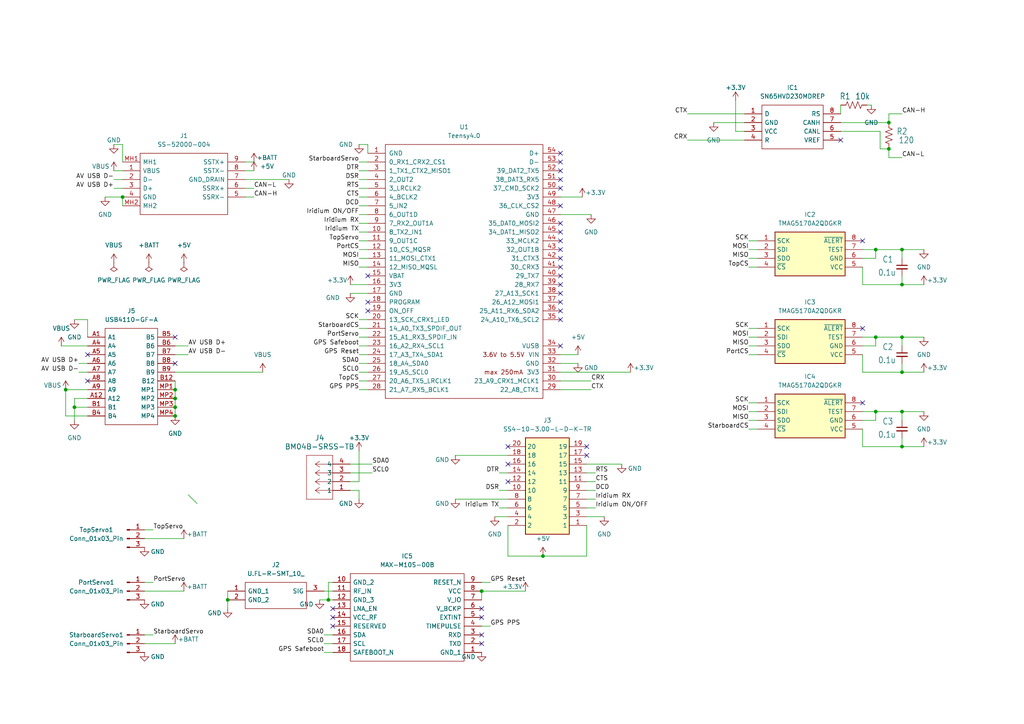
<source format=kicad_sch>
(kicad_sch (version 20231120) (generator "eeschema") (generator_version "8.0")
  (paper "A4")
  (lib_symbols
    (symbol "2024-06-13_02-37-25:BM04B-SRSS-TB" (pin_names (offset 0.254))
      (property "Reference" "J" (at 8.89 6.35 0))
      (property "Value" "BM04B-SRSS-TB" (at 1.27 5.08 0))
      (symbol "BM04B-SRSS-TB_1_1"
        (pin unspecified line (at 0 0 0) (length 5.08) (name "1") (number "1"))
        (pin unspecified line (at 0 -2.54 0) (length 5.08) (name "2") (number "2"))
        (pin unspecified line (at 0 -5.08 0) (length 5.08) (name "3") (number "3"))
        (pin unspecified line (at 0 -7.62 0) (length 5.08) (name "4") (number "4"))
      )
      (symbol "BM04B-SRSS-TB_1_2"
        (pin unspecified line (at 0 0 0) (length 5.08) (name "1") (number "1"))
        (pin unspecified line (at 0 -2.54 0) (length 5.08) (name "2") (number "2"))
        (pin unspecified line (at 0 -5.08 0) (length 5.08) (name "3") (number "3"))
        (pin unspecified line (at 0 -7.62 0) (length 5.08) (name "4") (number "4"))
      )
    )
    (symbol "Connector:Conn_01x03_Pin" (pin_names (offset 1.016) hide)
      (property "Reference" "J" (at 0 5.08 0))
      (property "Value" "Conn_01x03_Pin" (at 0 -5.08 0))
      (symbol "Conn_01x03_Pin_1_1"
        (pin passive line (at 5.08 2.54 180) (length 3.81) (name "Pin_1") (number "1"))
        (pin passive line (at 5.08 0 180) (length 3.81) (name "Pin_2") (number "2"))
        (pin passive line (at 5.08 -2.54 180) (length 3.81) (name "Pin_3") (number "3"))
      )
    )
    (symbol "Device:C_Small" (pin_numbers hide) (pin_names (offset 0.254) hide)
      (property "Reference" "C" (at 0.254 1.778 0))
      (property "Value" "C_Small" (at 0.254 -2.032 0))
      (symbol "C_Small_1_1"
        (pin passive line (at 0 2.54 270) (length 2.032) (name "~") (number "1"))
        (pin passive line (at 0 -2.54 90) (length 2.032) (name "~") (number "2"))
      )
    )
    (symbol "Device:R_US" (pin_numbers hide) (pin_names (offset 0))
      (property "Reference" "R" (at 2.54 0 90))
      (property "Value" "R_US" (at -2.54 0 90))
      (symbol "R_US_1_1"
        (pin passive line (at 0 3.81 270) (length 1.27) (name "~") (number "1"))
        (pin passive line (at 0 -3.81 90) (length 1.27) (name "~") (number "2"))
      )
    )
    (symbol "SS4-10-3_00-L-D-K-TR:SS4-10-3.00-L-D-K-TR"
      (property "Reference" "J" (at 19.05 7.62 0))
      (property "Value" "SS4-10-3.00-L-D-K-TR" (at 19.05 5.08 0))
      (symbol "SS4-10-3.00-L-D-K-TR_1_1"
        (pin passive line (at 22.86 -22.86 180) (length 5.08) (name "1") (number "1"))
        (pin passive line (at 0 -12.7 0) (length 5.08) (name "10") (number "10"))
        (pin passive line (at 22.86 -10.16 180) (length 5.08) (name "11") (number "11"))
        (pin passive line (at 0 -10.16 0) (length 5.08) (name "12") (number "12"))
        (pin passive line (at 22.86 -7.62 180) (length 5.08) (name "13") (number "13"))
        (pin passive line (at 0 -7.62 0) (length 5.08) (name "14") (number "14"))
        (pin passive line (at 22.86 -5.08 180) (length 5.08) (name "15") (number "15"))
        (pin passive line (at 0 -5.08 0) (length 5.08) (name "16") (number "16"))
        (pin passive line (at 22.86 -2.54 180) (length 5.08) (name "17") (number "17"))
        (pin passive line (at 0 -2.54 0) (length 5.08) (name "18") (number "18"))
        (pin passive line (at 22.86 0 180) (length 5.08) (name "19") (number "19"))
        (pin passive line (at 0 -22.86 0) (length 5.08) (name "2") (number "2"))
        (pin passive line (at 0 0 0) (length 5.08) (name "20") (number "20"))
        (pin passive line (at 22.86 -20.32 180) (length 5.08) (name "3") (number "3"))
        (pin passive line (at 0 -20.32 0) (length 5.08) (name "4") (number "4"))
        (pin passive line (at 22.86 -17.78 180) (length 5.08) (name "5") (number "5"))
        (pin passive line (at 0 -17.78 0) (length 5.08) (name "6") (number "6"))
        (pin passive line (at 22.86 -15.24 180) (length 5.08) (name "7") (number "7"))
        (pin passive line (at 0 -15.24 0) (length 5.08) (name "8") (number "8"))
        (pin passive line (at 22.86 -12.7 180) (length 5.08) (name "9") (number "9"))
      )
    )
    (symbol "SamacSys_Parts:MAX-M10S-00B" (pin_names (offset 0.762))
      (property "Reference" "IC" (at 39.37 7.62 0))
      (property "Value" "MAX-M10S-00B" (at 39.37 5.08 0))
      (symbol "MAX-M10S-00B_0_0"
        (pin passive line (at 43.18 -20.32 180) (length 5.08) (name "GND_1") (number "1"))
        (pin passive line (at 0 0 0) (length 5.08) (name "GND_2") (number "10"))
        (pin passive line (at 0 -2.54 0) (length 5.08) (name "RF_IN") (number "11"))
        (pin passive line (at 0 -5.08 0) (length 5.08) (name "GND_3") (number "12"))
        (pin passive line (at 0 -7.62 0) (length 5.08) (name "LNA_EN") (number "13"))
        (pin passive line (at 0 -10.16 0) (length 5.08) (name "VCC_RF") (number "14"))
        (pin passive line (at 0 -12.7 0) (length 5.08) (name "RESERVED") (number "15"))
        (pin passive line (at 0 -15.24 0) (length 5.08) (name "SDA") (number "16"))
        (pin passive line (at 0 -17.78 0) (length 5.08) (name "SCL") (number "17"))
        (pin passive line (at 0 -20.32 0) (length 5.08) (name "SAFEBOOT_N") (number "18"))
        (pin passive line (at 43.18 -17.78 180) (length 5.08) (name "TXD") (number "2"))
        (pin passive line (at 43.18 -15.24 180) (length 5.08) (name "RXD") (number "3"))
        (pin passive line (at 43.18 -12.7 180) (length 5.08) (name "TIMEPULSE") (number "4"))
        (pin passive line (at 43.18 -10.16 180) (length 5.08) (name "EXTINT") (number "5"))
        (pin passive line (at 43.18 -7.62 180) (length 5.08) (name "V_BCKP") (number "6"))
        (pin passive line (at 43.18 -5.08 180) (length 5.08) (name "V_IO") (number "7"))
        (pin passive line (at 43.18 -2.54 180) (length 5.08) (name "VCC") (number "8"))
        (pin passive line (at 43.18 0 180) (length 5.08) (name "RESET_N") (number "9"))
      )
    )
    (symbol "SamacSys_Parts:SN65HVD230MDREP" (pin_names (offset 0.762))
      (property "Reference" "IC" (at 24.13 7.62 0))
      (property "Value" "SN65HVD230MDREP" (at 24.13 5.08 0))
      (symbol "SN65HVD230MDREP_0_0"
        (pin input line (at 0 0 0) (length 5.08) (name "D") (number "1"))
        (pin power_in line (at 0 -2.54 0) (length 5.08) (name "GND") (number "2"))
        (pin power_in line (at 0 -5.08 0) (length 5.08) (name "VCC") (number "3"))
        (pin output line (at 0 -7.62 0) (length 5.08) (name "R") (number "4"))
        (pin output line (at 27.94 -7.62 180) (length 5.08) (name "VREF") (number "5"))
        (pin passive line (at 27.94 -5.08 180) (length 5.08) (name "CANL") (number "6"))
        (pin passive line (at 27.94 -2.54 180) (length 5.08) (name "CANH") (number "7"))
        (pin passive line (at 27.94 0 180) (length 5.08) (name "RS") (number "8"))
      )
    )
    (symbol "SamacSys_Parts:SS-52000-004" (pin_names (offset 0.762))
      (property "Reference" "J" (at 31.75 7.62 0))
      (property "Value" "SS-52000-004" (at 31.75 5.08 0))
      (symbol "SS-52000-004_0_0"
        (pin passive line (at 0 -2.54 0) (length 5.08) (name "VBUS") (number "1"))
        (pin passive line (at 0 -5.08 0) (length 5.08) (name "D-") (number "2"))
        (pin passive line (at 0 -7.62 0) (length 5.08) (name "D+") (number "3"))
        (pin passive line (at 0 -10.16 0) (length 5.08) (name "GND") (number "4"))
        (pin passive line (at 35.56 -10.16 180) (length 5.08) (name "SSRX-") (number "5"))
        (pin passive line (at 35.56 -7.62 180) (length 5.08) (name "SSRX+") (number "6"))
        (pin passive line (at 35.56 -5.08 180) (length 5.08) (name "GND_DRAIN") (number "7"))
        (pin passive line (at 35.56 -2.54 180) (length 5.08) (name "SSTX-") (number "8"))
        (pin passive line (at 35.56 0 180) (length 5.08) (name "SSTX+") (number "9"))
        (pin passive line (at 0 0 0) (length 5.08) (name "MH1") (number "MH1"))
        (pin passive line (at 0 -12.7 0) (length 5.08) (name "MH2") (number "MH2"))
      )
    )
    (symbol "SamacSys_Parts:U.FL-R-SMT_10_" (pin_names (offset 0.762))
      (property "Reference" "J" (at 24.13 7.62 0))
      (property "Value" "U.FL-R-SMT_10_" (at 24.13 5.08 0))
      (symbol "U.FL-R-SMT_10__0_0"
        (pin passive line (at 27.94 0 180) (length 5.08) (name "GND_1") (number "1"))
        (pin passive line (at 27.94 -2.54 180) (length 5.08) (name "GND_2") (number "2"))
        (pin passive line (at 0 0 0) (length 5.08) (name "SIG") (number "3"))
      )
    )
    (symbol "SamacSys_Parts:USB4110-GF-A" (pin_names (offset 0.762))
      (property "Reference" "J" (at 21.59 7.62 0))
      (property "Value" "USB4110-GF-A" (at 21.59 5.08 0))
      (symbol "USB4110-GF-A_0_0"
        (pin passive line (at 0 0 0) (length 5.08) (name "A1") (number "A1"))
        (pin passive line (at 0 -17.78 0) (length 5.08) (name "A12") (number "A12"))
        (pin passive line (at 0 -2.54 0) (length 5.08) (name "A4") (number "A4"))
        (pin passive line (at 0 -5.08 0) (length 5.08) (name "A5") (number "A5"))
        (pin passive line (at 0 -7.62 0) (length 5.08) (name "A6") (number "A6"))
        (pin passive line (at 0 -10.16 0) (length 5.08) (name "A7") (number "A7"))
        (pin passive line (at 0 -12.7 0) (length 5.08) (name "A8") (number "A8"))
        (pin passive line (at 0 -15.24 0) (length 5.08) (name "A9") (number "A9"))
        (pin passive line (at 0 -20.32 0) (length 5.08) (name "B1") (number "B1"))
        (pin passive line (at 25.4 -12.7 180) (length 5.08) (name "B12") (number "B12"))
        (pin passive line (at 0 -22.86 0) (length 5.08) (name "B4") (number "B4"))
        (pin passive line (at 25.4 0 180) (length 5.08) (name "B5") (number "B5"))
        (pin passive line (at 25.4 -2.54 180) (length 5.08) (name "B6") (number "B6"))
        (pin passive line (at 25.4 -5.08 180) (length 5.08) (name "B7") (number "B7"))
        (pin passive line (at 25.4 -7.62 180) (length 5.08) (name "B8") (number "B8"))
        (pin passive line (at 25.4 -10.16 180) (length 5.08) (name "B9") (number "B9"))
        (pin passive line (at 25.4 -15.24 180) (length 5.08) (name "MP1") (number "MP1"))
        (pin passive line (at 25.4 -17.78 180) (length 5.08) (name "MP2") (number "MP2"))
        (pin passive line (at 25.4 -20.32 180) (length 5.08) (name "MP3") (number "MP3"))
        (pin passive line (at 25.4 -22.86 180) (length 5.08) (name "MP4") (number "MP4"))
      )
    )
    (symbol "TMAG5170A2QDGKR:TMAG5170A2QDGKR"
      (property "Reference" "IC" (at 26.67 7.62 0))
      (property "Value" "TMAG5170A2QDGKR" (at 26.67 5.08 0))
      (symbol "TMAG5170A2QDGKR_1_1"
        (pin passive line (at 0 0 0) (length 5.08) (name "SCK") (number "1"))
        (pin passive line (at 0 -2.54 0) (length 5.08) (name "SDI") (number "2"))
        (pin passive line (at 0 -5.08 0) (length 5.08) (name "SDO") (number "3"))
        (pin passive line (at 0 -7.62 0) (length 5.08) (name "~{CS}") (number "4"))
        (pin passive line (at 30.48 -7.62 180) (length 5.08) (name "VCC") (number "5"))
        (pin passive line (at 30.48 -5.08 180) (length 5.08) (name "GND") (number "6"))
        (pin passive line (at 30.48 -2.54 180) (length 5.08) (name "TEST") (number "7"))
        (pin passive line (at 30.48 0 180) (length 5.08) (name "~{ALERT}") (number "8"))
      )
    )
    (symbol "power:+3.3V" (power) (pin_names (offset 0))
      (property "Value" "+3.3V" (at 0 3.556 0))
      (symbol "+3.3V_1_1"
        (pin power_in line (at 0 0 90) (length 0) hide (name "+3.3V") (number "1"))
      )
    )
    (symbol "power:+5V" (power) (pin_names (offset 0))
      (property "Value" "+5V" (at 0 3.556 0))
      (symbol "+5V_1_1"
        (pin power_in line (at 0 0 90) (length 0) hide (name "+5V") (number "1"))
      )
    )
    (symbol "power:+BATT" (power) (pin_names (offset 0))
      (property "Value" "+BATT" (at 0 3.556 0))
      (symbol "+BATT_1_1"
        (pin power_in line (at 0 0 90) (length 0) hide (name "+BATT") (number "1"))
      )
    )
    (symbol "power:GND" (power) (pin_names (offset 0))
      (property "Value" "GND" (at 0 -3.81 0))
      (symbol "GND_1_1"
        (pin power_in line (at 0 0 270) (length 0) hide (name "GND") (number "1"))
      )
    )
    (symbol "power:PWR_FLAG" (power) (pin_numbers hide) (pin_names (offset 0) hide)
      (property "Value" "PWR_FLAG" (at 0 3.81 0))
      (symbol "PWR_FLAG_0_0"
        (pin power_out line (at 0 0 90) (length 0) (name "pwr") (number "1"))
      )
    )
    (symbol "power:VBUS" (power) (pin_names (offset 0))
      (property "Value" "VBUS" (at 0 3.81 0))
      (symbol "VBUS_1_1"
        (pin power_in line (at 0 0 90) (length 0) hide (name "VBUS") (number "1"))
      )
    )
    (symbol "teensy:Teensy4.0" (pin_names (offset 1.016))
      (property "Reference" "U" (at 0 39.37 0))
      (property "Value" "Teensy4.0" (at 0 -39.37 0))
      (symbol "Teensy4.0_0_0"
        (text "3.6V to 5.5V" (at 11.43 -24.13 0) (effects (font (size 1.27 1.27))))
        (text "max 250mA" (at 11.43 -29.21 0) (effects (font (size 1.27 1.27))))
        (pin bidirectional line (at -27.94 11.43 0) (length 5.08) (name "8_TX2_IN1") (number "10"))
        (pin bidirectional line (at -27.94 8.89 0) (length 5.08) (name "9_OUT1C") (number "11"))
        (pin bidirectional line (at -27.94 6.35 0) (length 5.08) (name "10_CS_MQSR") (number "12"))
        (pin bidirectional line (at -27.94 3.81 0) (length 5.08) (name "11_MOSI_CTX1") (number "13"))
        (pin bidirectional line (at -27.94 1.27 0) (length 5.08) (name "12_MISO_MQSL") (number "14"))
        (pin power_in line (at -27.94 -1.27 0) (length 5.08) (name "VBAT") (number "15"))
        (pin power_in line (at -27.94 -3.81 0) (length 5.08) (name "3V3") (number "16"))
        (pin power_in line (at -27.94 -6.35 0) (length 5.08) (name "GND") (number "17"))
        (pin input line (at -27.94 -8.89 0) (length 5.08) (name "PROGRAM") (number "18"))
        (pin input line (at -27.94 -11.43 0) (length 5.08) (name "ON_OFF") (number "19"))
        (pin bidirectional line (at -27.94 -13.97 0) (length 5.08) (name "13_SCK_CRX1_LED") (number "20"))
        (pin bidirectional line (at -27.94 -16.51 0) (length 5.08) (name "14_A0_TX3_SPDIF_OUT") (number "21"))
        (pin bidirectional line (at -27.94 -19.05 0) (length 5.08) (name "15_A1_RX3_SPDIF_IN") (number "22"))
        (pin bidirectional line (at -27.94 -21.59 0) (length 5.08) (name "16_A2_RX4_SCL1") (number "23"))
        (pin bidirectional line (at -27.94 -24.13 0) (length 5.08) (name "17_A3_TX4_SDA1") (number "24"))
        (pin bidirectional line (at -27.94 -26.67 0) (length 5.08) (name "18_A4_SDA0") (number "25"))
        (pin bidirectional line (at -27.94 -29.21 0) (length 5.08) (name "19_A5_SCL0") (number "26"))
        (pin bidirectional line (at -27.94 -31.75 0) (length 5.08) (name "20_A6_TX5_LRCLK1") (number "27"))
        (pin bidirectional line (at -27.94 -34.29 0) (length 5.08) (name "21_A7_RX5_BCLK1") (number "28"))
        (pin bidirectional line (at 27.94 -34.29 180) (length 5.08) (name "22_A8_CTX1") (number "29"))
        (pin bidirectional line (at 27.94 -31.75 180) (length 5.08) (name "23_A9_CRX1_MCLK1") (number "30"))
        (pin power_out line (at 27.94 -29.21 180) (length 5.08) (name "3V3") (number "31"))
        (pin power_in line (at 27.94 -26.67 180) (length 5.08) (name "GND") (number "32"))
        (pin power_in line (at 27.94 -24.13 180) (length 5.08) (name "VIN") (number "33"))
        (pin power_out line (at 27.94 -21.59 180) (length 5.08) (name "VUSB") (number "34"))
        (pin bidirectional line (at 27.94 -13.97 180) (length 5.08) (name "24_A10_TX6_SCL2") (number "35"))
        (pin bidirectional line (at 27.94 -11.43 180) (length 5.08) (name "25_A11_RX6_SDA2") (number "36"))
        (pin bidirectional line (at 27.94 -8.89 180) (length 5.08) (name "26_A12_MOSI1") (number "37"))
        (pin bidirectional line (at 27.94 -6.35 180) (length 5.08) (name "27_A13_SCK1") (number "38"))
        (pin bidirectional line (at 27.94 -3.81 180) (length 5.08) (name "28_RX7") (number "39"))
        (pin bidirectional line (at 27.94 -1.27 180) (length 5.08) (name "29_TX7") (number "40"))
        (pin bidirectional line (at 27.94 1.27 180) (length 5.08) (name "30_CRX3") (number "41"))
        (pin bidirectional line (at 27.94 3.81 180) (length 5.08) (name "31_CTX3") (number "42"))
        (pin bidirectional line (at 27.94 6.35 180) (length 5.08) (name "32_OUT1B") (number "43"))
        (pin bidirectional line (at 27.94 8.89 180) (length 5.08) (name "33_MCLK2") (number "44"))
        (pin bidirectional line (at 27.94 11.43 180) (length 5.08) (name "34_DAT1_MISO2") (number "45"))
        (pin bidirectional line (at 27.94 13.97 180) (length 5.08) (name "35_DAT0_MOSI2") (number "46"))
        (pin power_out line (at 27.94 16.51 180) (length 5.08) (name "GND") (number "47"))
        (pin bidirectional line (at 27.94 19.05 180) (length 5.08) (name "36_CLK_CS2") (number "48"))
        (pin power_out line (at 27.94 21.59 180) (length 5.08) (name "3V3") (number "49"))
        (pin bidirectional line (at -27.94 24.13 0) (length 5.08) (name "3_LRCLK2") (number "5"))
        (pin bidirectional line (at 27.94 24.13 180) (length 5.08) (name "37_CMD_SCK2") (number "50"))
        (pin bidirectional line (at 27.94 26.67 180) (length 5.08) (name "38_DAT3_RX5") (number "51"))
        (pin bidirectional line (at 27.94 29.21 180) (length 5.08) (name "39_DAT2_TX5") (number "52"))
        (pin bidirectional line (at 27.94 31.75 180) (length 5.08) (name "D-") (number "53"))
        (pin bidirectional line (at 27.94 34.29 180) (length 5.08) (name "D+") (number "54"))
        (pin bidirectional line (at -27.94 21.59 0) (length 5.08) (name "4_BCLK2") (number "6"))
        (pin bidirectional line (at -27.94 19.05 0) (length 5.08) (name "5_IN2") (number "7"))
        (pin bidirectional line (at -27.94 16.51 0) (length 5.08) (name "6_OUT1D") (number "8"))
        (pin bidirectional line (at -27.94 13.97 0) (length 5.08) (name "7_RX2_OUT1A") (number "9"))
      )
      (symbol "Teensy4.0_1_1"
        (pin power_in line (at -27.94 34.29 0) (length 5.08) (name "GND") (number "1"))
        (pin bidirectional line (at -27.94 31.75 0) (length 5.08) (name "0_RX1_CRX2_CS1") (number "2"))
        (pin bidirectional line (at -27.94 29.21 0) (length 5.08) (name "1_TX1_CTX2_MISO1") (number "3"))
        (pin bidirectional line (at -27.94 26.67 0) (length 5.08) (name "2_OUT2") (number "4"))
      )
    )
  )
  (junction (at 257.81 35.56))
  (junction (at 21.59 118.11))
  (junction (at 261.62 72.39))
  (junction (at 139.7 171.45))
  (junction (at 257.81 43.18))
  (junction (at 254 97.79))
  (junction (at 261.62 82.55))
  (junction (at 261.62 107.95))
  (junction (at 261.62 97.79))
  (junction (at 254 72.39))
  (junction (at 50.8 115.57))
  (junction (at 95.25 173.99))
  (junction (at 50.8 120.65))
  (junction (at 50.8 118.11))
  (junction (at 19.05 113.03))
  (junction (at 261.62 129.54))
  (junction (at 261.62 119.38))
  (junction (at 35.56 57.15))
  (junction (at 157.48 161.29))
  (junction (at 254 119.38))
  (junction (at 66.04 173.99))
  (junction (at 50.8 113.03))
  (no_connect (at 162.56 77.47))
  (no_connect (at 250.19 116.84))
  (no_connect (at 162.56 44.45))
  (no_connect (at 162.56 49.53))
  (no_connect (at 162.56 82.55))
  (no_connect (at 50.8 97.79))
  (no_connect (at 50.8 105.41))
  (no_connect (at 162.56 80.01))
  (no_connect (at 170.18 132.08))
  (no_connect (at 162.56 67.31))
  (no_connect (at 139.7 176.53))
  (no_connect (at 96.52 176.53))
  (no_connect (at 96.52 181.61))
  (no_connect (at 162.56 85.09))
  (no_connect (at 106.68 87.63))
  (no_connect (at 162.56 69.85))
  (no_connect (at 162.56 52.07))
  (no_connect (at 162.56 100.33))
  (no_connect (at 162.56 59.69))
  (no_connect (at 162.56 72.39))
  (no_connect (at 162.56 87.63))
  (no_connect (at 96.52 179.07))
  (no_connect (at 170.18 129.54))
  (no_connect (at 162.56 74.93))
  (no_connect (at 250.19 95.25))
  (no_connect (at 162.56 92.71))
  (no_connect (at 139.7 179.07))
  (no_connect (at 25.4 102.87))
  (no_connect (at 139.7 186.69))
  (no_connect (at 25.4 110.49))
  (no_connect (at 147.32 129.54))
  (no_connect (at 147.32 134.62))
  (no_connect (at 162.56 46.99))
  (no_connect (at 106.68 80.01))
  (no_connect (at 139.7 184.15))
  (no_connect (at 162.56 54.61))
  (no_connect (at 106.68 90.17))
  (no_connect (at 243.84 40.64))
  (no_connect (at 250.19 69.85))
  (no_connect (at 162.56 64.77))
  (no_connect (at 162.56 90.17))
  (no_connect (at 147.32 139.7))
  (bus_entry (at 54.61 143.51) (size 2.54 2.54))
  (wire (pts (xy 170.18 142.24) (xy 172.72 142.24)))
  (wire (pts (xy 207.01 35.56) (xy 215.9 35.56)))
  (wire (pts (xy 170.18 149.86) (xy 175.26 149.86)))
  (wire (pts (xy 25.4 120.65) (xy 19.05 120.65)))
  (wire (pts (xy 257.81 45.72) (xy 257.81 43.18)))
  (wire (pts (xy 261.62 119.38) (xy 267.97 119.38)))
  (wire (pts (xy 162.56 105.41) (xy 167.64 105.41)))
  (wire (pts (xy 170.18 147.32) (xy 172.72 147.32)))
  (wire (pts (xy 104.14 130.81) (xy 104.14 139.7)))
  (wire (pts (xy 104.14 105.41) (xy 106.68 105.41)))
  (wire (pts (xy 162.56 107.95) (xy 182.88 107.95)))
  (wire (pts (xy 139.7 181.61) (xy 142.24 181.61)))
  (wire (pts (xy 144.78 147.32) (xy 147.32 147.32)))
  (wire (pts (xy 17.78 100.33) (xy 25.4 100.33)))
  (wire (pts (xy 170.18 139.7) (xy 172.72 139.7)))
  (wire (pts (xy 104.14 102.87) (xy 106.68 102.87)))
  (wire (pts (xy 104.14 74.93) (xy 106.68 74.93)))
  (wire (pts (xy 104.14 49.53) (xy 106.68 49.53)))
  (wire (pts (xy 104.14 52.07) (xy 106.68 52.07)))
  (wire (pts (xy 41.91 153.67) (xy 44.45 153.67)))
  (wire (pts (xy 41.91 186.69) (xy 50.8 186.69)))
  (wire (pts (xy 217.17 119.38) (xy 219.71 119.38)))
  (wire (pts (xy 147.32 152.4) (xy 147.32 161.29)))
  (wire (pts (xy 50.8 100.33) (xy 54.61 100.33)))
  (wire (pts (xy 162.56 113.03) (xy 171.45 113.03)))
  (wire (pts (xy 217.17 69.85) (xy 219.71 69.85)))
  (wire (pts (xy 101.6 82.55) (xy 106.68 82.55)))
  (wire (pts (xy 50.8 115.57) (xy 50.8 118.11)))
  (wire (pts (xy 170.18 137.16) (xy 172.72 137.16)))
  (wire (pts (xy 104.14 72.39) (xy 106.68 72.39)))
  (wire (pts (xy 41.91 156.21) (xy 53.34 156.21)))
  (wire (pts (xy 104.14 139.7) (xy 101.6 139.7)))
  (wire (pts (xy 250.19 107.95) (xy 261.62 107.95)))
  (wire (pts (xy 217.17 102.87) (xy 219.71 102.87)))
  (wire (pts (xy 199.39 40.64) (xy 215.9 40.64)))
  (wire (pts (xy 21.59 115.57) (xy 25.4 115.57)))
  (wire (pts (xy 217.17 97.79) (xy 219.71 97.79)))
  (wire (pts (xy 50.8 118.11) (xy 50.8 120.65)))
  (wire (pts (xy 50.8 110.49) (xy 50.8 113.03)))
  (wire (pts (xy 254 97.79) (xy 261.62 97.79)))
  (wire (pts (xy 250.19 129.54) (xy 250.19 124.46)))
  (wire (pts (xy 35.56 57.15) (xy 35.56 59.69)))
  (wire (pts (xy 257.81 33.02) (xy 257.81 35.56)))
  (wire (pts (xy 254 72.39) (xy 261.62 72.39)))
  (wire (pts (xy 71.12 54.61) (xy 73.66 54.61)))
  (wire (pts (xy 22.86 105.41) (xy 25.4 105.41)))
  (wire (pts (xy 21.59 118.11) (xy 25.4 118.11)))
  (wire (pts (xy 147.32 161.29) (xy 157.48 161.29)))
  (wire (pts (xy 261.62 80.01) (xy 261.62 82.55)))
  (wire (pts (xy 250.19 82.55) (xy 261.62 82.55)))
  (wire (pts (xy 254 97.79) (xy 254 100.33)))
  (wire (pts (xy 254 72.39) (xy 250.19 72.39)))
  (wire (pts (xy 132.08 132.08) (xy 147.32 132.08)))
  (wire (pts (xy 95.25 173.99) (xy 96.52 173.99)))
  (wire (pts (xy 50.8 113.03) (xy 50.8 115.57)))
  (wire (pts (xy 254 119.38) (xy 254 121.92)))
  (wire (pts (xy 104.14 100.33) (xy 106.68 100.33)))
  (wire (pts (xy 50.8 102.87) (xy 54.61 102.87)))
  (wire (pts (xy 106.68 41.91) (xy 106.68 44.45)))
  (wire (pts (xy 101.6 134.62) (xy 107.95 134.62)))
  (wire (pts (xy 261.62 97.79) (xy 267.97 97.79)))
  (wire (pts (xy 104.14 77.47) (xy 106.68 77.47)))
  (wire (pts (xy 217.17 124.46) (xy 219.71 124.46)))
  (wire (pts (xy 93.98 189.23) (xy 96.52 189.23)))
  (wire (pts (xy 22.86 107.95) (xy 25.4 107.95)))
  (wire (pts (xy 261.62 72.39) (xy 267.97 72.39)))
  (wire (pts (xy 104.14 97.79) (xy 106.68 97.79)))
  (wire (pts (xy 35.56 41.91) (xy 33.02 41.91)))
  (wire (pts (xy 33.02 49.53) (xy 35.56 49.53)))
  (wire (pts (xy 144.78 137.16) (xy 147.32 137.16)))
  (wire (pts (xy 170.18 144.78) (xy 172.72 144.78)))
  (wire (pts (xy 41.91 168.91) (xy 44.45 168.91)))
  (wire (pts (xy 250.19 74.93) (xy 254 74.93)))
  (wire (pts (xy 19.05 113.03) (xy 19.05 120.65)))
  (wire (pts (xy 104.14 92.71) (xy 106.68 92.71)))
  (wire (pts (xy 104.14 95.25) (xy 106.68 95.25)))
  (wire (pts (xy 104.14 113.03) (xy 106.68 113.03)))
  (wire (pts (xy 104.14 62.23) (xy 106.68 62.23)))
  (wire (pts (xy 33.02 52.07) (xy 35.56 52.07)))
  (wire (pts (xy 217.17 74.93) (xy 219.71 74.93)))
  (wire (pts (xy 66.04 171.45) (xy 66.04 173.99)))
  (wire (pts (xy 267.97 107.95) (xy 261.62 107.95)))
  (wire (pts (xy 143.51 149.86) (xy 147.32 149.86)))
  (wire (pts (xy 267.97 129.54) (xy 261.62 129.54)))
  (wire (pts (xy 170.18 152.4) (xy 170.18 161.29)))
  (wire (pts (xy 93.98 186.69) (xy 96.52 186.69)))
  (wire (pts (xy 41.91 184.15) (xy 44.45 184.15)))
  (wire (pts (xy 41.91 171.45) (xy 53.34 171.45)))
  (wire (pts (xy 162.56 110.49) (xy 171.45 110.49)))
  (wire (pts (xy 21.59 118.11) (xy 21.59 121.92)))
  (wire (pts (xy 254 119.38) (xy 261.62 119.38)))
  (wire (pts (xy 104.14 59.69) (xy 106.68 59.69)))
  (wire (pts (xy 95.25 168.91) (xy 96.52 168.91)))
  (wire (pts (xy 104.14 41.91) (xy 106.68 41.91)))
  (wire (pts (xy 132.08 144.78) (xy 147.32 144.78)))
  (wire (pts (xy 50.8 107.95) (xy 76.2 107.95)))
  (wire (pts (xy 199.39 33.02) (xy 215.9 33.02)))
  (wire (pts (xy 144.78 142.24) (xy 147.32 142.24)))
  (wire (pts (xy 252.73 30.48) (xy 251.46 30.48)))
  (wire (pts (xy 95.25 173.99) (xy 95.25 168.91)))
  (wire (pts (xy 101.6 137.16) (xy 107.95 137.16)))
  (wire (pts (xy 104.14 64.77) (xy 106.68 64.77)))
  (wire (pts (xy 217.17 121.92) (xy 219.71 121.92)))
  (wire (pts (xy 19.05 113.03) (xy 25.4 113.03)))
  (wire (pts (xy 213.36 38.1) (xy 215.9 38.1)))
  (wire (pts (xy 261.62 74.93) (xy 261.62 72.39)))
  (wire (pts (xy 21.59 92.71) (xy 25.4 92.71)))
  (wire (pts (xy 261.62 105.41) (xy 261.62 107.95)))
  (wire (pts (xy 21.59 115.57) (xy 21.59 118.11)))
  (wire (pts (xy 162.56 62.23) (xy 171.45 62.23)))
  (wire (pts (xy 250.19 82.55) (xy 250.19 77.47)))
  (wire (pts (xy 255.27 38.1) (xy 255.27 43.18)))
  (wire (pts (xy 254 119.38) (xy 250.19 119.38)))
  (wire (pts (xy 162.56 102.87) (xy 167.64 102.87)))
  (wire (pts (xy 139.7 171.45) (xy 139.7 173.99)))
  (wire (pts (xy 250.19 129.54) (xy 261.62 129.54)))
  (wire (pts (xy 139.7 168.91) (xy 142.24 168.91)))
  (wire (pts (xy 250.19 107.95) (xy 250.19 102.87)))
  (wire (pts (xy 250.19 100.33) (xy 254 100.33)))
  (wire (pts (xy 254 72.39) (xy 254 74.93)))
  (wire (pts (xy 243.84 38.1) (xy 255.27 38.1)))
  (wire (pts (xy 104.14 54.61) (xy 106.68 54.61)))
  (wire (pts (xy 261.62 121.92) (xy 261.62 119.38)))
  (wire (pts (xy 33.02 54.61) (xy 35.56 54.61)))
  (wire (pts (xy 66.04 173.99) (xy 66.04 176.53)))
  (wire (pts (xy 217.17 100.33) (xy 219.71 100.33)))
  (wire (pts (xy 71.12 49.53) (xy 73.66 49.53)))
  (wire (pts (xy 254 97.79) (xy 250.19 97.79)))
  (wire (pts (xy 257.81 33.02) (xy 261.62 33.02)))
  (wire (pts (xy 162.56 57.15) (xy 168.91 57.15)))
  (wire (pts (xy 170.18 161.29) (xy 157.48 161.29)))
  (wire (pts (xy 25.4 92.71) (xy 25.4 97.79)))
  (wire (pts (xy 243.84 35.56) (xy 257.81 35.56)))
  (wire (pts (xy 104.14 142.24) (xy 101.6 142.24)))
  (wire (pts (xy 104.14 110.49) (xy 106.68 110.49)))
  (wire (pts (xy 35.56 46.99) (xy 35.56 41.91)))
  (wire (pts (xy 261.62 100.33) (xy 261.62 97.79)))
  (wire (pts (xy 71.12 46.99) (xy 73.66 46.99)))
  (wire (pts (xy 104.14 144.78) (xy 104.14 142.24)))
  (wire (pts (xy 93.98 171.45) (xy 96.52 171.45)))
  (wire (pts (xy 104.14 67.31) (xy 106.68 67.31)))
  (wire (pts (xy 83.82 52.07) (xy 71.12 52.07)))
  (wire (pts (xy 152.4 171.45) (xy 139.7 171.45)))
  (wire (pts (xy 104.14 46.99) (xy 106.68 46.99)))
  (wire (pts (xy 250.19 121.92) (xy 254 121.92)))
  (wire (pts (xy 217.17 77.47) (xy 219.71 77.47)))
  (wire (pts (xy 92.71 173.99) (xy 95.25 173.99)))
  (wire (pts (xy 104.14 107.95) (xy 106.68 107.95)))
  (wire (pts (xy 267.97 82.55) (xy 261.62 82.55)))
  (wire (pts (xy 217.17 116.84) (xy 219.71 116.84)))
  (wire (pts (xy 93.98 184.15) (xy 96.52 184.15)))
  (wire (pts (xy 71.12 57.15) (xy 73.66 57.15)))
  (wire (pts (xy 261.62 127) (xy 261.62 129.54)))
  (wire (pts (xy 217.17 72.39) (xy 219.71 72.39)))
  (wire (pts (xy 101.6 85.09) (xy 106.68 85.09)))
  (wire (pts (xy 255.27 43.18) (xy 257.81 43.18)))
  (wire (pts (xy 213.36 29.21) (xy 213.36 38.1)))
  (wire (pts (xy 104.14 57.15) (xy 106.68 57.15)))
  (wire (pts (xy 30.48 57.15) (xy 35.56 57.15)))
  (wire (pts (xy 257.81 45.72) (xy 261.62 45.72)))
  (wire (pts (xy 243.84 30.48) (xy 243.84 33.02)))
  (wire (pts (xy 104.14 69.85) (xy 106.68 69.85)))
  (wire (pts (xy 170.18 134.62) (xy 180.34 134.62)))
  (wire (pts (xy 217.17 95.25) (xy 219.71 95.25)))
  (label "MOSI" (at 217.17 119.38 180))
  (label "SCL0" (at 107.95 137.16 0))
  (label "AV USB D+" (at 33.02 54.61 180))
  (label "RTS" (at 172.72 137.16 0))
  (label "SCL0" (at 104.14 107.95 180))
  (label "CTX" (at 171.45 113.03 0))
  (label "SDA0" (at 93.98 184.15 180))
  (label "TopServo" (at 104.14 69.85 180))
  (label "CAN-L" (at 261.62 45.72 0))
  (label "GPS PPS" (at 142.24 181.61 0))
  (label "DCD" (at 172.72 142.24 0))
  (label "StarboardCS" (at 217.17 124.46 180))
  (label "CTX" (at 199.39 33.02 180))
  (label "TopCS" (at 217.17 77.47 180))
  (label "StarboardServo" (at 104.14 46.99 180))
  (label "CTS" (at 172.72 139.7 0))
  (label "CAN-L" (at 73.66 54.61 0))
  (label "DCD" (at 104.14 59.69 180))
  (label "Iridium RX" (at 172.72 144.78 0))
  (label "AV USB D+" (at 54.61 100.33 0))
  (label "CRX" (at 199.39 40.64 180))
  (label "PortCS" (at 104.14 72.39 180))
  (label "SCK" (at 217.17 95.25 180))
  (label "Iridium ON{slash}OFF" (at 172.72 147.32 0))
  (label "DTR" (at 144.78 137.16 180))
  (label "PortCS" (at 217.17 102.87 180))
  (label "MISO" (at 217.17 74.93 180))
  (label "MISO" (at 217.17 100.33 180))
  (label "MOSI" (at 217.17 97.79 180))
  (label "RTS" (at 104.14 54.61 180))
  (label "StarboardCS" (at 104.14 95.25 180))
  (label "AV USB D-" (at 54.61 102.87 0))
  (label "DSR" (at 144.78 142.24 180))
  (label "SDA0" (at 107.95 134.62 0))
  (label "AV USB D+" (at 22.86 105.41 180))
  (label "SCK" (at 217.17 116.84 180))
  (label "TopCS" (at 104.14 110.49 180))
  (label "SCK" (at 217.17 69.85 180))
  (label "SDA0" (at 104.14 105.41 180))
  (label "StarboardServo" (at 44.45 184.15 0))
  (label "DSR" (at 104.14 52.07 180))
  (label "AV USB D-" (at 22.86 107.95 180))
  (label "CRX" (at 171.45 110.49 0))
  (label "Iridium TX" (at 104.14 67.31 180))
  (label "SCL0" (at 93.98 186.69 180))
  (label "Iridium ON{slash}OFF" (at 104.14 62.23 180))
  (label "CTS" (at 104.14 57.15 180))
  (label "Iridium TX" (at 144.78 147.32 180))
  (label "AV USB D-" (at 33.02 52.07 180))
  (label "PortServo" (at 44.45 168.91 0))
  (label "MISO" (at 104.14 77.47 180))
  (label "MISO" (at 217.17 121.92 180))
  (label "PortServo" (at 104.14 97.79 180))
  (label "Iridium RX" (at 104.14 64.77 180))
  (label "TopServo" (at 44.45 153.67 0))
  (label "GPS Reset" (at 104.14 102.87 180))
  (label "DTR" (at 104.14 49.53 180))
  (label "MOSI" (at 104.14 74.93 180))
  (label "MOSI" (at 217.17 72.39 180))
  (label "CAN-H" (at 261.62 33.02 0))
  (label "GPS PPS" (at 104.14 113.03 180))
  (label "CAN-H" (at 73.66 57.15 0))
  (label "GPS Reset" (at 142.24 168.91 0))
  (label "SCK" (at 104.14 92.71 180))
  (label "GPS Safeboot" (at 104.14 100.33 180))
  (label "GPS Safeboot" (at 93.98 189.23 180))
  (symbol (lib_id "SamacSys_Parts:U.FL-R-SMT_10_") (at 93.98 171.45 0) (mirror y) (unit 1)
    (property "Reference" "J2" (at 80.01 163.83 0))
    (property "Value" "U.FL-R-SMT_10_" (at 80.01 166.37 0))
    (property "Footprint" "UFLRSMT10" (effects (hide yes)))
    (property "Datasheet" "https://media.digikey.com/pdf/Data%20Sheets/Hirose%20PDFs/UFL%20Series.pdf" (effects (hide yes)))
    (property "Description" "RF Connectors / Coaxial Connectors U.FL RECEPTACLE SMT GLD M CONT REEL" (effects (hide yes)))
    (property "Height" "1.25" (effects (hide yes)))
    (property "Mouser Part Number" "798-U.FL-R-SMT10" (effects (hide yes)))
    (property "Mouser Price/Stock" "https://www.mouser.co.uk/ProductDetail/Hirose-Connector/U.FL-R-SMT10?qs=Ux3WWAnHpjBT1CWD8UMEMQ%3D%3D" (effects (hide yes)))
    (property "Manufacturer_Name" "Hirose" (effects (hide yes)))
    (property "Manufacturer_Part_Number" "U.FL-R-SMT(10)" (effects (hide yes)))
  )
  (symbol (lib_id "power:+3.3V") (at 168.91 57.15 0) (unit 1)
    (property "Reference" "#PWR022" (effects (hide yes)))
    (property "Value" "+3.3V" (at 172.72 55.88 0))
  )
  (symbol (lib_id "power:+BATT") (at 53.34 156.21 0) (unit 1)
    (property "Reference" "#PWR040" (effects (hide yes)))
    (property "Value" "+BATT" (at 57.15 154.94 0))
  )
  (symbol (lib_id "power:GND") (at 92.71 173.99 0) (unit 1)
    (property "Reference" "#PWR032" (effects (hide yes)))
    (property "Value" "GND" (at 88.9 175.26 0))
  )
  (symbol (lib_id "power:GND") (at 41.91 189.23 0) (unit 1)
    (property "Reference" "#PWR039" (effects (hide yes)))
    (property "Value" "GND" (at 45.72 190.5 0))
  )
  (symbol (lib_id "power:GND") (at 267.97 72.39 0) (mirror y) (unit 1)
    (property "Reference" "#PWR023" (effects (hide yes)))
    (property "Value" "GND" (at 267.97 77.47 0))
  )
  (symbol (lib_id "power:GND") (at 267.97 97.79 0) (mirror y) (unit 1)
    (property "Reference" "#PWR025" (effects (hide yes)))
    (property "Value" "GND" (at 267.97 102.87 0))
  )
  (symbol (lib_id "power:+BATT") (at 73.66 46.99 0) (mirror y) (unit 1)
    (property "Reference" "#PWR05" (effects (hide yes)))
    (property "Value" "+BATT" (at 77.47 45.72 0))
  )
  (symbol (lib_id "Device:C_Small") (at 261.62 124.46 0) (unit 1)
    (property "Reference" "C3" (at 255.905 123.19 0) (effects (font (size 1.778 1.5113)) (justify left bottom)))
    (property "Value" "0.1u" (at 254.635 127 0) (effects (font (size 1.778 1.5113)) (justify left bottom)))
    (property "Footprint" "Capacitor_SMD:C_0603_1608Metric" (effects (hide yes)))
  )
  (symbol (lib_id "TMAG5170A2QDGKR:TMAG5170A2QDGKR") (at 219.71 95.25 0) (unit 1)
    (property "Reference" "IC3" (at 234.95 87.63 0))
    (property "Value" "TMAG5170A2QDGKR" (at 234.95 90.17 0))
    (property "Footprint" "SamacSys_Parts:SOP65P490X110-8N" (effects (hide yes)))
    (property "Datasheet" "https://www.ti.com/lit/ds/symlink/tmag5170.pdf?ts=1637421424132&ref_url=https%253A%252F%252Fwww.ti.com%252Fstore%252Fti%252Fen%252Fp%252Fproduct%252F%253Fp%253DTMAG5170A2QDGKR" (effects (hide yes)))
    (property "Height" "1.1" (effects (hide yes)))
    (property "Mouser Part Number" "595-TMAG5170A2QDGKR" (effects (hide yes)))
    (property "Mouser Price/Stock" "https://www.mouser.co.uk/ProductDetail/Texas-Instruments/TMAG5170A2QDGKR?qs=XAiT9M5g4x%2Fpn0mMRKz0SA%3D%3D" (effects (hide yes)))
    (property "Manufacturer_Name" "Texas Instruments" (effects (hide yes)))
    (property "Manufacturer_Part_Number" "TMAG5170A2QDGKR" (effects (hide yes)))
  )
  (symbol (lib_id "power:GND") (at 66.04 176.53 0) (unit 1)
    (property "Reference" "#PWR033" (effects (hide yes)))
    (property "Value" "GND" (at 62.23 177.8 0))
  )
  (symbol (lib_id "power:GND") (at 50.8 120.65 0) (unit 1)
    (property "Reference" "#PWR048" (effects (hide yes)))
    (property "Value" "GND" (at 50.8 125.73 0))
  )
  (symbol (lib_id "power:GND") (at 175.26 149.86 0) (unit 1)
    (property "Reference" "#PWR018" (effects (hide yes)))
    (property "Value" "GND" (at 175.26 154.94 0))
  )
  (symbol (lib_id "Device:C_Small") (at 261.62 77.47 0) (unit 1)
    (property "Reference" "C1" (at 255.905 76.2 0) (effects (font (size 1.778 1.5113)) (justify left bottom)))
    (property "Value" "0.1u" (at 254.635 80.01 0) (effects (font (size 1.778 1.5113)) (justify left bottom)))
    (property "Footprint" "Capacitor_SMD:C_0603_1608Metric" (effects (hide yes)))
  )
  (symbol (lib_id "power:GND") (at 104.14 144.78 0) (unit 1)
    (property "Reference" "#PWR047" (effects (hide yes)))
    (property "Value" "GND" (at 100.33 146.05 0))
  )
  (symbol (lib_id "power:+3.3V") (at 267.97 107.95 0) (unit 1)
    (property "Reference" "#PWR026" (effects (hide yes)))
    (property "Value" "+3.3V" (at 271.78 106.68 0))
  )
  (symbol (lib_id "power:GND") (at 180.34 134.62 0) (unit 1)
    (property "Reference" "#PWR019" (effects (hide yes)))
    (property "Value" "GND" (at 184.15 135.89 0))
  )
  (symbol (lib_id "power:VBUS") (at 76.2 107.95 0) (unit 1)
    (property "Reference" "#PWR029" (effects (hide yes)))
    (property "Value" "VBUS" (at 76.2 102.87 0))
  )
  (symbol (lib_id "power:GND") (at 101.6 85.09 0) (unit 1)
    (property "Reference" "#PWR012" (effects (hide yes)))
    (property "Value" "GND" (at 96.52 86.36 0))
  )
  (symbol (lib_id "power:GND") (at 132.08 144.78 0) (unit 1)
    (property "Reference" "#PWR015" (effects (hide yes)))
    (property "Value" "GND" (at 128.27 146.05 0))
  )
  (symbol (lib_id "SS4-10-3_00-L-D-K-TR:SS4-10-3.00-L-D-K-TR") (at 147.32 129.54 0) (unit 1)
    (property "Reference" "J3" (at 158.75 121.92 0))
    (property "Value" "SS4-10-3.00-L-D-K-TR" (at 158.75 124.46 0))
    (property "Footprint" "Iridium9603N:SS410350LDKTR" (effects (hide yes)))
    (property "Datasheet" "http://suddendocs.samtec.com/prints/ss4-xx-x.xx-x-d-x-xx-tr-mkt.pdf" (effects (hide yes)))
    (property "Height" "4" (effects (hide yes)))
    (property "Mouser Part Number" "200-SS4103.00LDKTR" (effects (hide yes)))
    (property "Mouser Price/Stock" "https://www.mouser.co.uk/ProductDetail/Samtec/SS4-10-3.00-L-D-K-TR?qs=jyzYFa4oMQh6w3qs7L%252B%2FJA%3D%3D" (effects (hide yes)))
    (property "Manufacturer_Name" "SAMTEC" (effects (hide yes)))
    (property "Manufacturer_Part_Number" "SS4-10-3.00-L-D-K-TR" (effects (hide yes)))
  )
  (symbol (lib_id "power:GND") (at 30.48 57.15 0) (unit 1)
    (property "Reference" "#PWR03" (effects (hide yes)))
    (property "Value" "GND" (at 30.48 62.23 0))
  )
  (symbol (lib_id "Device:R_US") (at 247.65 30.48 90) (unit 1)
    (property "Reference" "R1" (at 245.11 27.94 90) (effects (font (size 1.778 1.5113))))
    (property "Value" "10k" (at 250.19 27.94 90) (effects (font (size 1.778 1.5113))))
    (property "Footprint" "Resistor_SMD:R_0603_1608Metric" (effects (hide yes)))
  )
  (symbol (lib_id "power:+BATT") (at 43.18 76.2 0) (unit 1)
    (property "Reference" "#PWR035" (effects (hide yes)))
    (property "Value" "+BATT" (at 43.18 71.12 0))
  )
  (symbol (lib_id "power:+5V") (at 157.48 161.29 0) (unit 1)
    (property "Reference" "#PWR017" (effects (hide yes)))
    (property "Value" "+5V" (at 157.48 156.21 0))
  )
  (symbol (lib_id "power:+BATT") (at 53.34 171.45 0) (unit 1)
    (property "Reference" "#PWR041" (effects (hide yes)))
    (property "Value" "+BATT" (at 57.15 170.18 0))
  )
  (symbol (lib_id "power:GND") (at 132.08 132.08 0) (unit 1)
    (property "Reference" "#PWR014" (effects (hide yes)))
    (property "Value" "GND" (at 128.27 133.35 0))
  )
  (symbol (lib_id "power:GND") (at 267.97 119.38 0) (mirror y) (unit 1)
    (property "Reference" "#PWR027" (effects (hide yes)))
    (property "Value" "GND" (at 267.97 124.46 0))
  )
  (symbol (lib_id "power:PWR_FLAG") (at 33.02 76.2 180) (unit 1)
    (property "Reference" "#FLG01" (effects (hide yes)))
    (property "Value" "PWR_FLAG" (at 33.02 81.28 0))
  )
  (symbol (lib_id "power:GND") (at 143.51 149.86 0) (unit 1)
    (property "Reference" "#PWR016" (effects (hide yes)))
    (property "Value" "GND" (at 143.51 154.94 0))
  )
  (symbol (lib_id "power:GND") (at 21.59 121.92 0) (unit 1)
    (property "Reference" "#PWR051" (effects (hide yes)))
    (property "Value" "GND" (at 21.59 127 0))
  )
  (symbol (lib_id "power:+3.3V") (at 267.97 129.54 0) (unit 1)
    (property "Reference" "#PWR028" (effects (hide yes)))
    (property "Value" "+3.3V" (at 271.78 128.27 0))
  )
  (symbol (lib_id "power:GND") (at 139.7 189.23 0) (unit 1)
    (property "Reference" "#PWR031" (effects (hide yes)))
    (property "Value" "GND" (at 135.89 190.5 0))
  )
  (symbol (lib_id "power:GND") (at 167.64 105.41 0) (unit 1)
    (property "Reference" "#PWR011" (effects (hide yes)))
    (property "Value" "GND" (at 171.45 106.68 0))
  )
  (symbol (lib_id "power:PWR_FLAG") (at 53.34 76.2 180) (unit 1)
    (property "Reference" "#FLG03" (effects (hide yes)))
    (property "Value" "PWR_FLAG" (at 53.34 81.28 0))
  )
  (symbol (lib_id "power:+5V") (at 73.66 49.53 0) (mirror y) (unit 1)
    (property "Reference" "#PWR04" (effects (hide yes)))
    (property "Value" "+5V" (at 77.47 48.26 0))
  )
  (symbol (lib_id "Connector:Conn_01x03_Pin") (at 36.83 186.69 0) (unit 1)
    (property "Reference" "StarboardServo1" (at 27.94 184.15 0))
    (property "Value" "Conn_01x03_Pin" (at 27.94 186.69 0))
    (property "Footprint" "Connector_PinHeader_2.54mm:PinHeader_1x03_P2.54mm_Vertical" (effects (hide yes)))
  )
  (symbol (lib_id "power:+3.3V") (at 104.14 130.81 0) (unit 1)
    (property "Reference" "#PWR046" (effects (hide yes)))
    (property "Value" "+3.3V" (at 104.14 127 0))
  )
  (symbol (lib_id "power:GND") (at 104.14 41.91 0) (unit 1)
    (property "Reference" "#PWR01" (effects (hide yes)))
    (property "Value" "GND" (at 100.33 41.91 0))
  )
  (symbol (lib_id "power:VBUS") (at 33.02 76.2 0) (unit 1)
    (property "Reference" "#PWR034" (effects (hide yes)))
    (property "Value" "VBUS" (at 33.02 71.12 0))
  )
  (symbol (lib_id "power:PWR_FLAG") (at 43.18 76.2 180) (unit 1)
    (property "Reference" "#FLG02" (effects (hide yes)))
    (property "Value" "PWR_FLAG" (at 43.18 81.28 0))
  )
  (symbol (lib_id "power:+3.3V") (at 213.36 29.21 0) (unit 1)
    (property "Reference" "#PWR08" (effects (hide yes)))
    (property "Value" "+3.3V" (at 213.36 25.4 0))
  )
  (symbol (lib_id "Device:R_US") (at 257.81 39.37 0) (unit 1)
    (property "Reference" "R2" (at 261.62 38.1 0) (effects (font (size 1.778 1.5113))))
    (property "Value" "120" (at 262.89 40.64 0) (effects (font (size 1.778 1.5113))))
    (property "Footprint" "Resistor_SMD:R_0603_1608Metric" (effects (hide yes)))
  )
  (symbol (lib_id "SamacSys_Parts:SN65HVD230MDREP") (at 215.9 33.02 0) (unit 1)
    (property "Reference" "IC1" (at 229.87 25.4 0))
    (property "Value" "SN65HVD230MDREP" (at 229.87 27.94 0))
    (property "Footprint" "SamacSys_Parts:SOIC127P600X175-8N" (effects (hide yes)))
    (property "Datasheet" "http://www.ti.com/lit/gpn/sn65hvd230m-ep" (effects (hide yes)))
    (property "Description" "Enhanced Product 3.3-V Can Transceivers With Standby Mode" (effects (hide yes)))
    (property "Height" "1.75" (effects (hide yes)))
    (property "Mouser Part Number" "595-SN65HVD230MDREP" (effects (hide yes)))
    (property "Mouser Price/Stock" "https://www.mouser.co.uk/ProductDetail/Texas-Instruments/SN65HVD230MDREP?qs=7kv20MEVUlh1xXFkHDCt7w%3D%3D" (effects (hide yes)))
    (property "Manufacturer_Name" "Texas Instruments" (effects (hide yes)))
    (property "Manufacturer_Part_Number" "SN65HVD230MDREP" (effects (hide yes)))
  )
  (symbol (lib_id "Device:C_Small") (at 261.62 102.87 0) (unit 1)
    (property "Reference" "C2" (at 255.905 101.6 0) (effects (font (size 1.778 1.5113)) (justify left bottom)))
    (property "Value" "0.1u" (at 254.635 105.41 0) (effects (font (size 1.778 1.5113)) (justify left bottom)))
    (property "Footprint" "Capacitor_SMD:C_0603_1608Metric" (effects (hide yes)))
  )
  (symbol (lib_id "power:VBUS") (at 17.78 100.33 0) (unit 1)
    (property "Reference" "#PWR050" (effects (hide yes)))
    (property "Value" "VBUS" (at 17.78 95.25 0))
  )
  (symbol (lib_id "power:+3.3V") (at 182.88 107.95 0) (unit 1)
    (property "Reference" "#PWR021" (effects (hide yes)))
    (property "Value" "+3.3V" (at 186.69 106.68 0))
  )
  (symbol (lib_id "SamacSys_Parts:USB4110-GF-A") (at 25.4 97.79 0) (unit 1)
    (property "Reference" "J5" (at 38.1 90.17 0))
    (property "Value" "USB4110-GF-A" (at 38.1 92.71 0))
    (property "Footprint" "SamacSys_Parts:USB4110GFA" (effects (hide yes)))
    (property "Datasheet" "https://gct.co/files/drawings/usb4110.pdf" (effects (hide yes)))
    (property "Description" "CONN USB 2.0 TYPE-C R/A SMT" (effects (hide yes)))
    (property "Height" "3.26" (effects (hide yes)))
    (property "Mouser Part Number" "640-USB4110-GF-A" (effects (hide yes)))
    (property "Mouser Price/Stock" "https://www.mouser.co.uk/ProductDetail/GCT/USB4110-GF-A?qs=KUoIvG%2F9IlYiZvIXQjyJeA%3D%3D" (effects (hide yes)))
    (property "Manufacturer_Name" "GCT (GLOBAL CONNECTOR TECHNOLOGY)" (effects (hide yes)))
    (property "Manufacturer_Part_Number" "USB4110-GF-A" (effects (hide yes)))
  )
  (symbol (lib_id "power:+5V") (at 167.64 102.87 0) (unit 1)
    (property "Reference" "#PWR010" (effects (hide yes)))
    (property "Value" "+5V" (at 167.64 97.79 0))
  )
  (symbol (lib_id "teensy:Teensy4.0") (at 134.62 78.74 0) (unit 1)
    (property "Reference" "U1" (at 134.62 36.83 0))
    (property "Value" "Teensy4.0" (at 134.62 39.37 0))
    (property "Footprint" "SamacSys_Parts:TEENSY40" (effects (hide yes)))
  )
  (symbol (lib_id "power:GND") (at 252.73 30.48 0) (mirror y) (unit 1)
    (property "Reference" "#PWR09" (effects (hide yes)))
    (property "Value" "GND" (at 252.73 35.56 0))
  )
  (symbol (lib_id "power:VBUS") (at 19.05 113.03 0) (unit 1)
    (property "Reference" "#PWR052" (effects (hide yes)))
    (property "Value" "VBUS" (at 15.24 111.76 0))
  )
  (symbol (lib_id "power:+3.3V") (at 267.97 82.55 0) (unit 1)
    (property "Reference" "#PWR024" (effects (hide yes)))
    (property "Value" "+3.3V" (at 271.78 81.28 0))
  )
  (symbol (lib_id "power:VBUS") (at 33.02 49.53 0) (unit 1)
    (property "Reference" "#PWR06" (effects (hide yes)))
    (property "Value" "VBUS" (at 29.21 48.26 0))
  )
  (symbol (lib_id "power:GND") (at 41.91 173.99 0) (unit 1)
    (property "Reference" "#PWR038" (effects (hide yes)))
    (property "Value" "GND" (at 45.72 175.26 0))
  )
  (symbol (lib_id "power:GND") (at 171.45 62.23 0) (unit 1)
    (property "Reference" "#PWR013" (effects (hide yes)))
    (property "Value" "GND" (at 171.45 67.31 0))
  )
  (symbol (lib_id "power:GND") (at 21.59 92.71 0) (unit 1)
    (property "Reference" "#PWR049" (effects (hide yes)))
    (property "Value" "GND" (at 21.59 97.79 0))
  )
  (symbol (lib_id "power:GND") (at 33.02 41.91 0) (unit 1)
    (property "Reference" "#PWR030" (effects (hide yes)))
    (property "Value" "GND" (at 33.02 40.64 0))
  )
  (symbol (lib_id "Connector:Conn_01x03_Pin") (at 36.83 171.45 0) (unit 1)
    (property "Reference" "PortServo1" (at 27.94 168.91 0))
    (property "Value" "Conn_01x03_Pin" (at 27.94 171.45 0))
    (property "Footprint" "Connector_PinHeader_2.54mm:PinHeader_1x03_P2.54mm_Vertical" (effects (hide yes)))
  )
  (symbol (lib_id "Connector:Conn_01x03_Pin") (at 36.83 156.21 0) (unit 1)
    (property "Reference" "TopServo1" (at 27.94 153.67 0))
    (property "Value" "Conn_01x03_Pin" (at 27.94 156.21 0))
    (property "Footprint" "Connector_PinHeader_2.54mm:PinHeader_1x03_P2.54mm_Vertical" (effects (hide yes)))
  )
  (symbol (lib_id "TMAG5170A2QDGKR:TMAG5170A2QDGKR") (at 219.71 116.84 0) (unit 1)
    (property "Reference" "IC4" (at 234.95 109.22 0))
    (property "Value" "TMAG5170A2QDGKR" (at 234.95 111.76 0))
    (property "Footprint" "SamacSys_Parts:SOP65P490X110-8N" (effects (hide yes)))
    (property "Datasheet" "https://www.ti.com/lit/ds/symlink/tmag5170.pdf?ts=1637421424132&ref_url=https%253A%252F%252Fwww.ti.com%252Fstore%252Fti%252Fen%252Fp%252Fproduct%252F%253Fp%253DTMAG5170A2QDGKR" (effects (hide yes)))
    (property "Height" "1.1" (effects (hide yes)))
    (property "Mouser Part Number" "595-TMAG5170A2QDGKR" (effects (hide yes)))
    (property "Mouser Price/Stock" "https://www.mouser.co.uk/ProductDetail/Texas-Instruments/TMAG5170A2QDGKR?qs=XAiT9M5g4x%2Fpn0mMRKz0SA%3D%3D" (effects (hide yes)))
    (property "Manufacturer_Name" "Texas Instruments" (effects (hide yes)))
    (property "Manufacturer_Part_Number" "TMAG5170A2QDGKR" (effects (hide yes)))
  )
  (symbol (lib_id "SamacSys_Parts:MAX-M10S-00B") (at 96.52 168.91 0) (unit 1)
    (property "Reference" "IC5" (at 118.11 161.29 0))
    (property "Value" "MAX-M10S-00B" (at 118.11 163.83 0))
    (property "Footprint" "MAXM10S00B" (effects (hide yes)))
    (property "Datasheet" "https://content.u-blox.com/sites/default/files/MAX-M10S_IntegrationManual_UBX-20053088.pdf" (effects (hide yes)))
    (property "Description" "GPS Modules u-blox M10 GNSS LCC module, firmware in ROM, SAW filter, LNA" (effects (hide yes)))
    (property "Height" "2.7" (effects (hide yes)))
    (property "Mouser Part Number" "377-MAX-M10S-00B" (effects (hide yes)))
    (property "Mouser Price/Stock" "https://www.mouser.co.uk/ProductDetail/u-blox/MAX-M10S-00B?qs=A6eO%252BMLsxmT0PfQYPb7LLQ%3D%3D" (effects (hide yes)))
    (property "Manufacturer_Name" "U-Blox" (effects (hide yes)))
    (property "Manufacturer_Part_Number" "MAX-M10S-00B" (effects (hide yes)))
  )
  (symbol (lib_id "power:+BATT") (at 50.8 186.69 0) (unit 1)
    (property "Reference" "#PWR042" (effects (hide yes)))
    (property "Value" "+BATT" (at 54.61 185.42 0))
  )
  (symbol (lib_id "power:+3.3V") (at 101.6 82.55 0) (unit 1)
    (property "Reference" "#PWR020" (effects (hide yes)))
    (property "Value" "+3.3V" (at 97.79 81.28 0))
  )
  (symbol (lib_id "power:GND") (at 83.82 52.07 0) (unit 1)
    (property "Reference" "#PWR02" (effects (hide yes)))
    (property "Value" "GND" (at 83.82 50.8 0))
  )
  (symbol (lib_id "power:GND") (at 41.91 158.75 0) (unit 1)
    (property "Reference" "#PWR037" (effects (hide yes)))
    (property "Value" "GND" (at 45.72 160.02 0))
  )
  (symbol (lib_id "power:+5V") (at 53.34 76.2 0) (unit 1)
    (property "Reference" "#PWR036" (effects (hide yes)))
    (property "Value" "+5V" (at 53.34 71.12 0))
  )
  (symbol (lib_id "power:GND") (at 207.01 35.56 0) (mirror y) (unit 1)
    (property "Reference" "#PWR07" (effects (hide yes)))
    (property "Value" "GND" (at 207.01 40.64 0))
  )
  (symbol (lib_id "power:+3.3V") (at 152.4 171.45 0) (unit 1)
    (property "Reference" "#PWR043" (effects (hide yes)))
    (property "Value" "+3.3V" (at 148.59 170.18 0))
  )
  (symbol (lib_id "TMAG5170A2QDGKR:TMAG5170A2QDGKR") (at 219.71 69.85 0) (unit 1)
    (property "Reference" "IC2" (at 234.95 62.23 0))
    (property "Value" "TMAG5170A2QDGKR" (at 234.95 64.77 0))
    (property "Footprint" "SamacSys_Parts:SOP65P490X110-8N" (effects (hide yes)))
    (property "Datasheet" "https://www.ti.com/lit/ds/symlink/tmag5170.pdf?ts=1637421424132&ref_url=https%253A%252F%252Fwww.ti.com%252Fstore%252Fti%252Fen%252Fp%252Fproduct%252F%253Fp%253DTMAG5170A2QDGKR" (effects (hide yes)))
    (property "Height" "1.1" (effects (hide yes)))
    (property "Mouser Part Number" "595-TMAG5170A2QDGKR" (effects (hide yes)))
    (property "Mouser Price/Stock" "https://www.mouser.co.uk/ProductDetail/Texas-Instruments/TMAG5170A2QDGKR?qs=XAiT9M5g4x%2Fpn0mMRKz0SA%3D%3D" (effects (hide yes)))
    (property "Manufacturer_Name" "Texas Instruments" (effects (hide yes)))
    (property "Manufacturer_Part_Number" "TMAG5170A2QDGKR" (effects (hide yes)))
  )
  (symbol (lib_id "SamacSys_Parts:SS-52000-004") (at 35.56 46.99 0) (unit 1)
    (property "Reference" "J1" (at 53.34 39.37 0))
    (property "Value" "SS-52000-004" (at 53.34 41.91 0))
    (property "Footprint" "SS52000004" (effects (hide yes)))
    (property "Datasheet" "https://www.mouser.com/datasheet/2/643/Bel_02072019_SS-52000-004-1531097.pdf" (effects (hide yes)))
    (property "Description" "Connector USB Type A Receptacle 9 Position Straight - Bulk" (effects (hide yes)))
    (property "Height" "15.15" (effects (hide yes)))
    (property "Mouser Part Number" "530-SS-52000-004" (effects (hide yes)))
    (property "Manufacturer_Name" "Bel" (effects (hide yes)))
    (property "Manufacturer_Part_Number" "SS-52000-004" (effects (hide yes)))
  )
  (symbol (lib_id "2024-06-13_02-37-25:BM04B-SRSS-TB") (at 101.6 142.24 180) (unit 1)
    (property "Reference" "J4" (at 92.71 127 0) (effects (font (size 1.524 1.524))))
    (property "Value" "BM04B-SRSS-TB" (at 92.71 129.54 0) (effects (font (size 1.524 1.524))))
    (property "Footprint" "SamacSys_Parts:CONN4_BM04B-SRSS_JST" (effects (hide yes)))
    (property "Datasheet" "BM04B-SRSS-TB" (effects (hide yes)))
  )
)
</source>
